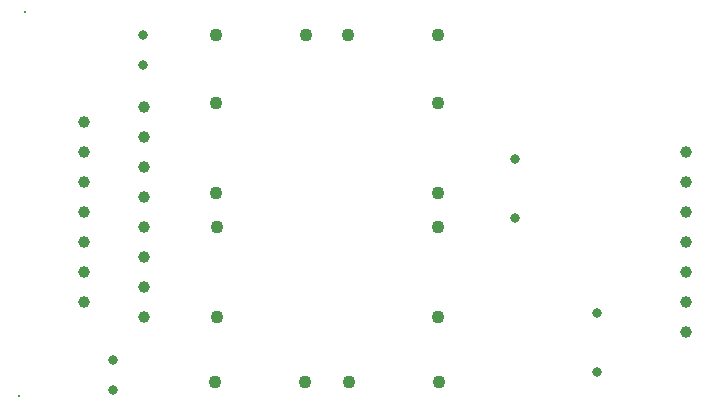
<source format=gbr>
%TF.GenerationSoftware,KiCad,Pcbnew,9.0.1+1*%
%TF.CreationDate,2025-05-09T02:31:12+00:00*%
%TF.ProjectId,modulo_puente_h,6d6f6475-6c6f-45f7-9075-656e74655f68,rev?*%
%TF.SameCoordinates,Original*%
%TF.FileFunction,Plated,1,2,PTH,Drill*%
%TF.FilePolarity,Positive*%
%FSLAX46Y46*%
G04 Gerber Fmt 4.6, Leading zero omitted, Abs format (unit mm)*
G04 Created by KiCad (PCBNEW 9.0.1+1) date 2025-05-09 02:31:12*
%MOMM*%
%LPD*%
G01*
G04 APERTURE LIST*
%TA.AperFunction,ViaDrill*%
%ADD10C,0.300000*%
%TD*%
%TA.AperFunction,ComponentDrill*%
%ADD11C,0.800000*%
%TD*%
%TA.AperFunction,ComponentDrill*%
%ADD12C,1.000000*%
%TD*%
%TA.AperFunction,ComponentDrill*%
%ADD13C,1.100000*%
%TD*%
G04 APERTURE END LIST*
D10*
X52500000Y-82000000D03*
X53000000Y-49500000D03*
D11*
%TO.C,M1*%
X60500000Y-79005000D03*
X60500000Y-81545000D03*
%TO.C,M2*%
X63000000Y-51505000D03*
X63000000Y-54045000D03*
%TO.C,C2*%
X94500000Y-62000000D03*
X94500000Y-67000000D03*
%TO.C,C1*%
X101500000Y-75000000D03*
X101500000Y-80000000D03*
D12*
%TO.C,U1*%
X58000000Y-58840000D03*
X58000000Y-61380000D03*
X58000000Y-63920000D03*
X58000000Y-66460000D03*
X58000000Y-69000000D03*
X58000000Y-71540000D03*
X58000000Y-74080000D03*
X63080000Y-57570000D03*
X63080000Y-60110000D03*
X63080000Y-62650000D03*
X63080000Y-65190000D03*
X63080000Y-67730000D03*
X63080000Y-70270000D03*
X63080000Y-72810000D03*
X63080000Y-75350000D03*
%TO.C,J1*%
X109000000Y-61385000D03*
X109000000Y-63925000D03*
X109000000Y-66465000D03*
X109000000Y-69005000D03*
X109000000Y-71545000D03*
X109000000Y-74085000D03*
X109000000Y-76625000D03*
D13*
%TO.C,D3*%
X69145680Y-80822322D03*
%TO.C,D8*%
X69190000Y-51500000D03*
%TO.C,D6*%
X69228682Y-57190000D03*
X69228682Y-64810000D03*
%TO.C,D1*%
X69266401Y-67708161D03*
X69266401Y-75328161D03*
%TO.C,D3*%
X76765680Y-80822322D03*
%TO.C,D8*%
X76810000Y-51500000D03*
%TO.C,D7*%
X80380000Y-51500000D03*
%TO.C,D4*%
X80455680Y-80822322D03*
%TO.C,D7*%
X88000000Y-51500000D03*
%TO.C,D5*%
X88000000Y-57190000D03*
X88000000Y-64810000D03*
%TO.C,D2*%
X88000000Y-67690000D03*
X88000000Y-75310000D03*
%TO.C,D4*%
X88075680Y-80822322D03*
M02*

</source>
